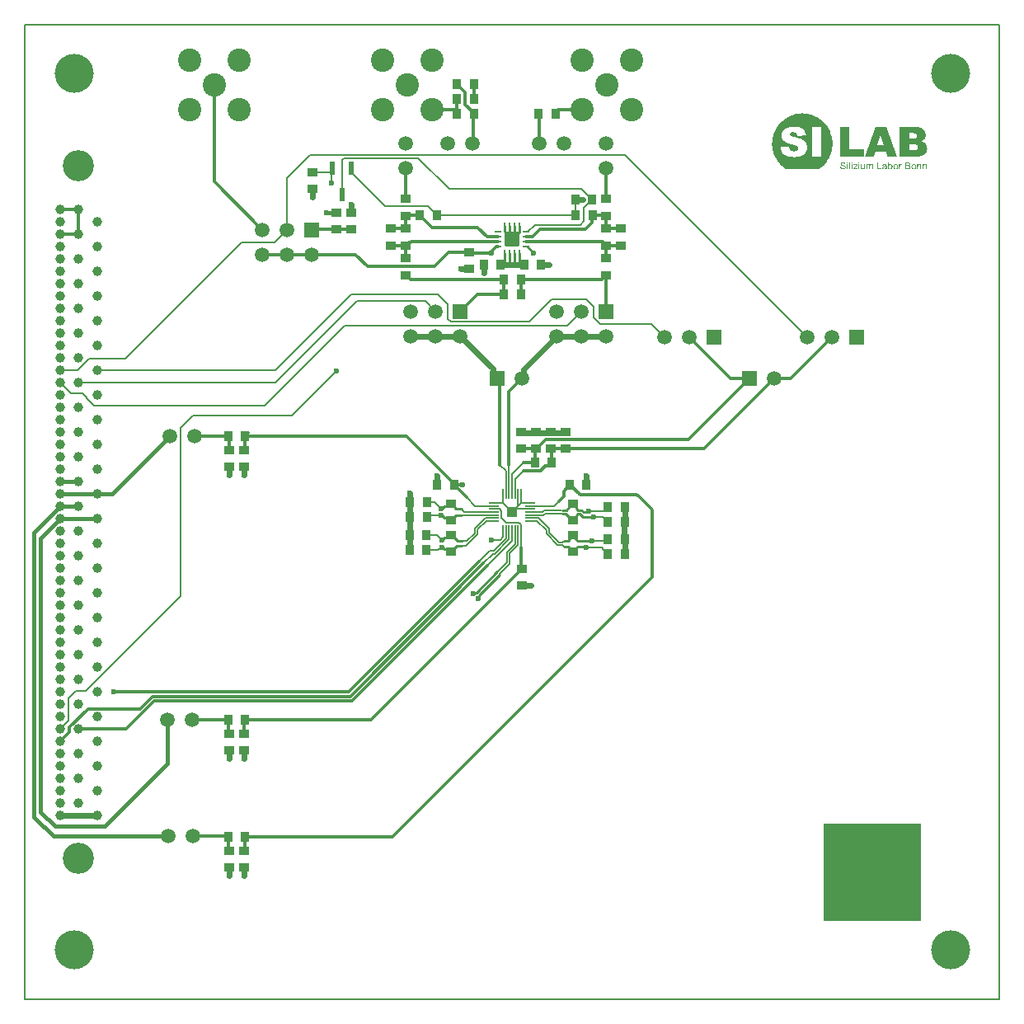
<source format=gtl>
G04*
G04 #@! TF.GenerationSoftware,Altium Limited,Altium Designer,21.7.2 (23)*
G04*
G04 Layer_Physical_Order=1*
G04 Layer_Color=1930808*
%FSLAX44Y44*%
%MOMM*%
G71*
G04*
G04 #@! TF.SameCoordinates,11932732-5254-49CD-BAFF-0E93D504D006*
G04*
G04*
G04 #@! TF.FilePolarity,Positive*
G04*
G01*
G75*
%ADD10C,0.2000*%
%ADD12C,0.2500*%
%ADD14C,0.1500*%
%ADD32C,0.3000*%
%ADD33R,0.9000X1.0000*%
%ADD34R,1.0000X0.9000*%
%ADD35R,1.1000X1.1000*%
%ADD36R,0.1500X1.0000*%
%ADD37R,1.0000X0.1500*%
%ADD38R,0.5500X1.4500*%
G04:AMPARAMS|DCode=39|XSize=0.24mm|YSize=0.6mm|CornerRadius=0.0504mm|HoleSize=0mm|Usage=FLASHONLY|Rotation=90.000|XOffset=0mm|YOffset=0mm|HoleType=Round|Shape=RoundedRectangle|*
%AMROUNDEDRECTD39*
21,1,0.2400,0.4992,0,0,90.0*
21,1,0.1392,0.6000,0,0,90.0*
1,1,0.1008,0.2496,0.0696*
1,1,0.1008,0.2496,-0.0696*
1,1,0.1008,-0.2496,-0.0696*
1,1,0.1008,-0.2496,0.0696*
%
%ADD39ROUNDEDRECTD39*%
G04:AMPARAMS|DCode=40|XSize=0.24mm|YSize=0.6mm|CornerRadius=0.0504mm|HoleSize=0mm|Usage=FLASHONLY|Rotation=0.000|XOffset=0mm|YOffset=0mm|HoleType=Round|Shape=RoundedRectangle|*
%AMROUNDEDRECTD40*
21,1,0.2400,0.4992,0,0,0.0*
21,1,0.1392,0.6000,0,0,0.0*
1,1,0.1008,0.0696,-0.2496*
1,1,0.1008,-0.0696,-0.2496*
1,1,0.1008,-0.0696,0.2496*
1,1,0.1008,0.0696,0.2496*
%
%ADD40ROUNDEDRECTD40*%
G04:AMPARAMS|DCode=41|XSize=1.45mm|YSize=1.45mm|CornerRadius=0.0508mm|HoleSize=0mm|Usage=FLASHONLY|Rotation=0.000|XOffset=0mm|YOffset=0mm|HoleType=Round|Shape=RoundedRectangle|*
%AMROUNDEDRECTD41*
21,1,1.4500,1.3485,0,0,0.0*
21,1,1.3485,1.4500,0,0,0.0*
1,1,0.1015,0.6743,-0.6743*
1,1,0.1015,-0.6743,-0.6743*
1,1,0.1015,-0.6743,0.6743*
1,1,0.1015,0.6743,0.6743*
%
%ADD41ROUNDEDRECTD41*%
%ADD42C,0.2400*%
%ADD43C,0.6000*%
%ADD44C,0.4000*%
%ADD45R,10.0000X10.0000*%
%ADD46C,2.4000*%
%ADD47C,1.5000*%
%ADD48R,1.5000X1.5000*%
%ADD49C,3.2000*%
%ADD50C,1.0000*%
%ADD51C,4.0000*%
%ADD52C,0.6000*%
%ADD53C,0.5000*%
G36*
X917356Y895096D02*
X918328Y894957D01*
X919370Y894679D01*
X920481Y894332D01*
X921523Y893776D01*
X922495Y893012D01*
X922564Y892943D01*
X922842Y892596D01*
X923259Y892179D01*
X923675Y891554D01*
X924092Y890790D01*
X924509Y889818D01*
X924786Y888846D01*
X924856Y887665D01*
Y887526D01*
Y887248D01*
X924786Y886693D01*
X924648Y886068D01*
X924439Y885374D01*
X924161Y884610D01*
X923814Y883846D01*
X923259Y883082D01*
X923189Y883012D01*
X922981Y882874D01*
X922703Y882596D01*
X922356Y882318D01*
X921870Y881971D01*
X921314Y881624D01*
X920689Y881346D01*
X919995Y881068D01*
X920134D01*
X920481Y880929D01*
X921037Y880721D01*
X921731Y880443D01*
X922495Y880096D01*
X923328Y879610D01*
X924092Y879054D01*
X924786Y878360D01*
X924856Y878290D01*
X924995Y878012D01*
X925273Y877526D01*
X925550Y876971D01*
X925828Y876276D01*
X926106Y875443D01*
X926245Y874540D01*
X926314Y873568D01*
Y873499D01*
Y873151D01*
X926245Y872735D01*
X926175Y872179D01*
X926036Y871485D01*
X925828Y870790D01*
X925550Y870026D01*
X925203Y869332D01*
X925134Y869262D01*
X924995Y869054D01*
X924786Y868707D01*
X924439Y868290D01*
X924023Y867804D01*
X923467Y867318D01*
X922911Y866763D01*
X922217Y866276D01*
X922148D01*
X922009Y866207D01*
X921662Y866068D01*
X921314Y865929D01*
X920759Y865790D01*
X920203Y865582D01*
X919439Y865443D01*
X918675Y865304D01*
X918537D01*
X918259Y865235D01*
X917773Y865165D01*
X917148D01*
X916453Y865096D01*
X915759Y865026D01*
X915064Y864957D01*
X898328D01*
Y895235D01*
X916523D01*
X917356Y895096D01*
D02*
G37*
G36*
X895273Y864957D02*
X885551D01*
X884023Y869887D01*
X873398D01*
X871940Y864957D01*
X862357D01*
X873676Y895235D01*
X883954D01*
X895273Y864957D01*
D02*
G37*
G36*
X846524Y872318D02*
X861107D01*
Y864957D01*
X837218Y864957D01*
Y895234D01*
X846524Y895235D01*
Y872318D01*
D02*
G37*
G36*
X856801Y858221D02*
X855829D01*
Y859193D01*
X856801D01*
Y858221D01*
D02*
G37*
G36*
X849440D02*
X848537D01*
Y859193D01*
X849440D01*
Y858221D01*
D02*
G37*
G36*
X844926D02*
X844024D01*
Y859193D01*
X844926D01*
Y858221D01*
D02*
G37*
G36*
X840829Y859263D02*
X841315Y859124D01*
X841385Y859054D01*
X841662Y858915D01*
X841940Y858638D01*
X842218Y858290D01*
X842287Y858221D01*
X842426Y858013D01*
X842496Y857665D01*
X842565Y857179D01*
X841732Y857110D01*
Y857179D01*
X841662Y857249D01*
X841593Y857527D01*
X841385Y857874D01*
X841107Y858152D01*
X841037Y858221D01*
X840829Y858360D01*
X840482Y858499D01*
X839926Y858568D01*
X839787D01*
X839440Y858499D01*
X839024Y858429D01*
X838607Y858221D01*
X838538Y858151D01*
X838468Y857943D01*
X838329Y857735D01*
X838260Y857457D01*
Y857388D01*
X838329Y857179D01*
X838399Y856971D01*
X838538Y856763D01*
X838607D01*
X838815Y856624D01*
X838954Y856554D01*
X839232Y856485D01*
X839510Y856346D01*
X839926Y856277D01*
X840135D01*
X840551Y856138D01*
X841107Y855999D01*
X841593Y855790D01*
X841662D01*
X841732Y855721D01*
X842010Y855443D01*
X842357Y855235D01*
X842426Y855165D01*
X842496Y855096D01*
X842565Y855027D01*
X842704Y854818D01*
X842774Y854471D01*
X842843Y854054D01*
Y853985D01*
X842774Y853777D01*
X842704Y853429D01*
X842496Y852943D01*
X842426Y852874D01*
X842218Y852665D01*
X841940Y852388D01*
X841524Y852179D01*
X841454Y852110D01*
X841107Y852040D01*
X840690Y851971D01*
X840065Y851902D01*
X839926D01*
X839510Y851971D01*
X838954Y852040D01*
X838468Y852179D01*
X838329Y852249D01*
X838051Y852388D01*
X837704Y852596D01*
X837426Y853013D01*
X837357Y853152D01*
X837218Y853429D01*
X837079Y853846D01*
X837010Y854402D01*
X837913D01*
Y854263D01*
X837982Y854054D01*
X838121Y853707D01*
X838260Y853499D01*
X838329Y853429D01*
X838468Y853290D01*
X838676Y853082D01*
X838954Y852943D01*
X839093D01*
X839301Y852874D01*
X839718Y852804D01*
X840065Y852735D01*
X840343D01*
X840621Y852804D01*
X841037Y852943D01*
X841107D01*
X841246Y853013D01*
X841454Y853152D01*
X841732Y853290D01*
X841801Y853360D01*
X841871Y853499D01*
X841940Y853707D01*
Y853985D01*
Y854054D01*
Y854193D01*
X841871Y854332D01*
X841732Y854540D01*
X841662Y854610D01*
X841524Y854679D01*
X841037Y855027D01*
X840899Y855096D01*
X840760D01*
X840482Y855165D01*
X840204Y855235D01*
X839787Y855304D01*
X839718D01*
X839649Y855374D01*
X839301Y855443D01*
X838815Y855582D01*
X838329Y855790D01*
X838260Y855860D01*
X838051Y855929D01*
X837774Y856207D01*
X837565Y856485D01*
Y856554D01*
X837496Y856693D01*
X837426Y856902D01*
X837357Y857318D01*
Y857457D01*
X837426Y857665D01*
X837496Y858082D01*
X837704Y858429D01*
X837774Y858499D01*
X837843Y858638D01*
X838121Y858846D01*
X838538Y859124D01*
X838607Y859193D01*
X838885Y859263D01*
X839301Y859332D01*
X840343Y859332D01*
X840829Y859263D01*
D02*
G37*
G36*
X924856Y857249D02*
X925064Y857179D01*
X925134D01*
X925273Y857040D01*
X925481Y856902D01*
X925759Y856693D01*
Y856624D01*
X925828Y856554D01*
X925967Y856138D01*
Y855999D01*
Y855721D01*
Y855582D01*
Y855235D01*
Y851971D01*
X925064D01*
Y855165D01*
Y855235D01*
Y855513D01*
Y855790D01*
X924995Y855999D01*
Y856068D01*
X924925Y856138D01*
X924717Y856485D01*
X924648D01*
X924439Y856554D01*
X924231Y856624D01*
X923953D01*
X923675Y856554D01*
X923398Y856485D01*
X923050Y856207D01*
X922981Y856138D01*
X922911Y855929D01*
X922773Y855513D01*
X922703Y855165D01*
Y854818D01*
Y851971D01*
X921800D01*
Y857249D01*
X922495D01*
Y856554D01*
X922564Y856624D01*
X922911Y856902D01*
X923467Y857179D01*
X923814Y857318D01*
X924578D01*
X924856Y857249D01*
D02*
G37*
G36*
X919231D02*
X919439Y857179D01*
X919509D01*
X919648Y857040D01*
X919856Y856902D01*
X919995Y856693D01*
X920064Y856624D01*
X920134Y856554D01*
X920342Y856138D01*
Y855999D01*
Y855721D01*
Y855582D01*
Y855235D01*
Y851971D01*
X919439D01*
Y855165D01*
Y855235D01*
Y855513D01*
Y855790D01*
X919370Y855999D01*
Y856068D01*
X919300Y856138D01*
X919023Y856485D01*
X918953D01*
X918745Y856554D01*
X918537Y856624D01*
X918328D01*
X918050Y856554D01*
X917773Y856485D01*
X917425Y856207D01*
X917356Y856138D01*
X917217Y855860D01*
X917009Y855443D01*
X916939Y854818D01*
Y851971D01*
X916037D01*
Y857249D01*
X916870D01*
Y856554D01*
X916939Y856624D01*
X917287Y856902D01*
X917773Y857179D01*
X918120Y857318D01*
X918884D01*
X919231Y857249D01*
D02*
G37*
G36*
X899995D02*
X900342Y857110D01*
X900064Y856207D01*
X899995Y856277D01*
X899856Y856346D01*
X899648Y856415D01*
X899370Y856485D01*
X899231D01*
X899023Y856415D01*
X898884Y856277D01*
X898814Y856207D01*
X898745Y856138D01*
X898676Y855929D01*
X898606Y855790D01*
X898537Y855721D01*
X898467Y855513D01*
X898398Y855165D01*
X898328Y854749D01*
Y851971D01*
X897426D01*
Y857249D01*
X898328D01*
Y856485D01*
X898398Y856554D01*
X898537Y856763D01*
X898676Y857040D01*
X898884Y857179D01*
X898953D01*
X899023Y857249D01*
X899439Y857318D01*
X899717D01*
X899995Y857249D01*
D02*
G37*
G36*
X869648D02*
X870065Y857179D01*
X870481Y856971D01*
X870551Y856902D01*
X870690Y856624D01*
X870829Y856138D01*
X870898Y855582D01*
Y851971D01*
X869926D01*
Y855304D01*
Y855374D01*
Y855652D01*
X869856Y855860D01*
X869787Y856068D01*
Y856138D01*
Y856207D01*
X869648Y856346D01*
X869509Y856485D01*
X869370Y856554D01*
X869231Y856624D01*
X868954D01*
X868676Y856554D01*
X868398Y856485D01*
X868051Y856207D01*
X867982Y856138D01*
X867912Y855929D01*
X867773Y855582D01*
X867704Y855027D01*
Y851971D01*
X866870D01*
Y855443D01*
Y855513D01*
Y855790D01*
X866732Y856068D01*
X866593Y856277D01*
Y856346D01*
X866454Y856485D01*
X866245Y856554D01*
X865898Y856624D01*
X865690D01*
X865412Y856554D01*
X865204Y856415D01*
X865134Y856346D01*
X864995Y856277D01*
X864857Y856068D01*
X864718Y855790D01*
Y855721D01*
X864648Y855443D01*
X864579Y855096D01*
Y854679D01*
Y851971D01*
X863676D01*
Y857249D01*
X864509D01*
Y856485D01*
X864579Y856554D01*
X864648Y856763D01*
X864857Y856971D01*
X865134Y857110D01*
X865204Y857179D01*
X865412Y857249D01*
X865759Y857318D01*
X866384D01*
X866732Y857249D01*
X867079Y857110D01*
X867148Y857040D01*
X867287Y856902D01*
X867426Y856763D01*
X867565Y856485D01*
Y856554D01*
X867634Y856624D01*
X867982Y856902D01*
X868468Y857179D01*
X868815Y857318D01*
X869370D01*
X869648Y857249D01*
D02*
G37*
G36*
X862357Y851971D02*
X861523D01*
Y852735D01*
X861384Y852596D01*
X861107Y852318D01*
X860551Y852040D01*
X860204Y851971D01*
X859857Y851902D01*
X859648D01*
X859370Y851971D01*
X858954Y852040D01*
X858884D01*
X858815Y852179D01*
X858607Y852318D01*
X858398Y852527D01*
X858329Y852596D01*
X858259Y852804D01*
X858190Y853013D01*
X858121Y853152D01*
Y853221D01*
Y853290D01*
X858051Y853568D01*
Y853985D01*
Y857249D01*
X858954D01*
Y854402D01*
Y854263D01*
Y853985D01*
Y853638D01*
X859023Y853429D01*
Y853360D01*
X859093Y853221D01*
X859162Y853082D01*
X859370Y852804D01*
X859440D01*
X859579Y852735D01*
X859995Y852665D01*
X860204D01*
X860482Y852735D01*
X860829Y852804D01*
X860898Y852874D01*
X860968Y853013D01*
X861245Y853429D01*
X861315Y853499D01*
X861384Y853777D01*
X861454Y854054D01*
Y854471D01*
Y857249D01*
X862357D01*
Y851971D01*
D02*
G37*
G36*
X799371Y909332D02*
X800274Y909262D01*
X801385Y909123D01*
X802705Y908915D01*
X804163Y908637D01*
X805691Y908290D01*
X807427Y907804D01*
X809163Y907179D01*
X810968Y906415D01*
X812843Y905512D01*
X814718Y904470D01*
X816593Y903290D01*
X818399Y901832D01*
X820135Y900234D01*
X820274Y900165D01*
X820552Y899818D01*
X820968Y899332D01*
X821593Y898637D01*
X822288Y897734D01*
X823052Y896693D01*
X823885Y895443D01*
X824718Y894054D01*
X825552Y892526D01*
X826385Y890860D01*
X827149Y889054D01*
X827843Y887110D01*
X828468Y885096D01*
X828885Y882943D01*
X829232Y880651D01*
X829302Y878290D01*
Y878221D01*
Y878082D01*
Y877874D01*
Y877526D01*
X829232Y877110D01*
Y876624D01*
X829163Y876068D01*
X829093Y875512D01*
X828885Y874054D01*
X828538Y872387D01*
X828121Y870582D01*
X827496Y868637D01*
X826732Y866554D01*
X825760Y864401D01*
X824579Y862179D01*
X823190Y860026D01*
X821524Y857874D01*
X820621Y856832D01*
X819649Y855790D01*
X818538Y854818D01*
X817427Y853846D01*
X816177Y852943D01*
X814857Y852040D01*
X781385D01*
X781316Y852179D01*
X781108Y852249D01*
X780830Y852457D01*
X780135Y853013D01*
X779233Y853777D01*
X778121Y854679D01*
X776871Y855860D01*
X775552Y857179D01*
X774233Y858776D01*
X772913Y860513D01*
X771594Y862457D01*
X770344Y864610D01*
X769302Y866971D01*
X768330Y869540D01*
X767635Y872249D01*
X767358Y873707D01*
X767149Y875165D01*
X767080Y876693D01*
X767011Y878290D01*
Y878360D01*
Y878429D01*
Y878846D01*
X767080Y879540D01*
X767149Y880443D01*
X767288Y881554D01*
X767497Y882804D01*
X767774Y884262D01*
X768122Y885860D01*
X768608Y887526D01*
X769233Y889262D01*
X769997Y891137D01*
X770830Y892943D01*
X771872Y894818D01*
X773122Y896693D01*
X774510Y898498D01*
X776108Y900234D01*
X776247Y900373D01*
X776524Y900651D01*
X777010Y901068D01*
X777705Y901693D01*
X778608Y902387D01*
X779649Y903151D01*
X780899Y903984D01*
X782288Y904818D01*
X783816Y905651D01*
X785483Y906484D01*
X787288Y907248D01*
X789232Y907943D01*
X791316Y908568D01*
X793469Y908984D01*
X795760Y909332D01*
X798121Y909401D01*
X798677D01*
X799371Y909332D01*
D02*
G37*
G36*
X907426Y859124D02*
X907842Y859054D01*
X907912Y858985D01*
X908120Y858846D01*
X908398Y858638D01*
X908676Y858290D01*
X908745Y858221D01*
X908814Y858013D01*
X908884Y857735D01*
Y857318D01*
Y857249D01*
Y857110D01*
X908814Y856832D01*
X908676Y856485D01*
X908606Y856415D01*
X908467Y856277D01*
X908189Y856068D01*
X907842Y855790D01*
X907981D01*
X908189Y855652D01*
X908537Y855443D01*
X908884Y855165D01*
X908953Y855096D01*
X909092Y854888D01*
X909231Y854540D01*
X909301Y854124D01*
Y854054D01*
Y853777D01*
X909162Y853429D01*
X909023Y853152D01*
X908953Y853082D01*
X908884Y852874D01*
X908676Y852665D01*
X908467Y852527D01*
X908398Y852457D01*
X908328Y852388D01*
X908120Y852249D01*
X907773Y852110D01*
X907703D01*
X907426Y852040D01*
X907009Y851971D01*
X903814D01*
Y859193D01*
X907009D01*
X907426Y859124D01*
D02*
G37*
G36*
X883606Y857249D02*
X883954Y857179D01*
X884023D01*
X884162Y857110D01*
X884579Y856763D01*
Y856693D01*
X884648Y856624D01*
X884787Y856207D01*
Y856138D01*
Y855860D01*
X884856Y855721D01*
Y855443D01*
Y854193D01*
Y854124D01*
Y853985D01*
Y853777D01*
Y853499D01*
X884926Y852943D01*
Y852735D01*
X884995Y852596D01*
Y852457D01*
X885065Y852249D01*
X885134Y851971D01*
X884231D01*
Y852040D01*
X884162Y852110D01*
X884092Y852388D01*
Y852665D01*
X883954Y852596D01*
X883676Y852388D01*
X883467Y852249D01*
X883120Y852040D01*
X883051D01*
X882773Y851971D01*
X882426Y851902D01*
X881940D01*
X881592Y851971D01*
X881176Y852040D01*
X880759Y852249D01*
X880690Y852318D01*
X880551Y852596D01*
X880342Y852943D01*
X880273Y853429D01*
Y853499D01*
Y853638D01*
X880342Y853846D01*
X880481Y854054D01*
Y854124D01*
X880620Y854193D01*
X880759Y854402D01*
X880967Y854610D01*
X881037Y854679D01*
X881315Y854818D01*
X881523Y854888D01*
X881592Y854957D01*
X881940D01*
X882009Y855027D01*
X882426D01*
X882565Y855096D01*
X882773D01*
X883051Y855165D01*
X883467Y855235D01*
X884023Y855304D01*
Y855374D01*
Y855443D01*
Y855513D01*
Y855582D01*
Y855652D01*
Y855721D01*
X883884Y855999D01*
X883745Y856277D01*
X883676Y856346D01*
X883467Y856485D01*
X883120Y856554D01*
X882704Y856624D01*
X882426D01*
X882079Y856554D01*
X881731Y856485D01*
X881662Y856415D01*
X881592Y856207D01*
X881315Y855652D01*
X880481Y855721D01*
Y855790D01*
X880551Y856068D01*
X880690Y856346D01*
X880829Y856624D01*
X880898Y856693D01*
X881037Y856832D01*
X881315Y857040D01*
X881662Y857179D01*
X881731D01*
X881940Y857249D01*
X882287Y857318D01*
X883259D01*
X883606Y857249D01*
D02*
G37*
G36*
X876037Y852804D02*
X879579D01*
Y851971D01*
X875065D01*
Y859193D01*
X876037D01*
Y852804D01*
D02*
G37*
G36*
X856801Y851971D02*
X855829D01*
Y857249D01*
X856801D01*
Y851971D01*
D02*
G37*
G36*
X854787Y856693D02*
X851940Y853290D01*
X851385Y852735D01*
X854926D01*
Y851971D01*
X850343D01*
Y852735D01*
X853607Y856554D01*
X850482D01*
Y857249D01*
X854787D01*
Y856693D01*
D02*
G37*
G36*
X849440Y851971D02*
X848537D01*
Y857249D01*
X849440D01*
Y851971D01*
D02*
G37*
G36*
X847079D02*
X846246D01*
Y859193D01*
X847079D01*
Y851971D01*
D02*
G37*
G36*
X844926D02*
X844024D01*
Y857249D01*
X844926D01*
Y851971D01*
D02*
G37*
G36*
X913259Y857249D02*
X913814Y857040D01*
X914370Y856624D01*
X914439Y856485D01*
X914717Y856138D01*
X914925Y855513D01*
X914995Y854679D01*
Y854610D01*
Y854540D01*
Y854124D01*
X914925Y853568D01*
X914787Y853082D01*
X914717Y853013D01*
X914509Y852735D01*
X914231Y852457D01*
X913884Y852179D01*
X913814Y852110D01*
X913537Y852040D01*
X913120Y851971D01*
X912634Y851902D01*
X912426D01*
X912217Y851971D01*
X911939D01*
X911314Y852179D01*
X910828Y852596D01*
X910689Y852735D01*
X910481Y853082D01*
X910273Y853707D01*
X910134Y854610D01*
Y854679D01*
Y854818D01*
X910203Y855096D01*
Y855374D01*
X910481Y856138D01*
X910620Y856485D01*
X910898Y856763D01*
X911037Y856832D01*
X911384Y857040D01*
X911870Y857249D01*
X912634Y857318D01*
X912842D01*
X913259Y857249D01*
D02*
G37*
G36*
X894648D02*
X895203Y857040D01*
X895759Y856624D01*
X895898Y856485D01*
X896106Y856138D01*
X896314Y855513D01*
X896453Y854679D01*
Y854540D01*
Y854193D01*
X896314Y853707D01*
X896176Y853082D01*
X896106Y853013D01*
X895967Y852735D01*
X895620Y852457D01*
X895273Y852179D01*
X895203Y852110D01*
X894926Y852040D01*
X894509Y851971D01*
X894023Y851902D01*
X893815D01*
X893398Y851971D01*
X892773Y852179D01*
X892217Y852596D01*
X892148Y852735D01*
X891940Y853082D01*
X891662Y853707D01*
X891592Y854124D01*
Y854610D01*
Y854679D01*
Y854818D01*
X891662Y855096D01*
Y855443D01*
X891940Y856138D01*
X892078Y856485D01*
X892356Y856763D01*
X892495Y856832D01*
X892773Y857040D01*
X893328Y857249D01*
X894023Y857318D01*
X894231D01*
X894648Y857249D01*
D02*
G37*
G36*
X887148Y856693D02*
X887217Y856763D01*
X887495Y857040D01*
X887981Y857249D01*
X888606Y857318D01*
X888953D01*
X889231Y857249D01*
X889509Y857179D01*
X889578Y857110D01*
X889787Y856971D01*
X889995Y856832D01*
X890203Y856624D01*
X890273Y856554D01*
X890412Y856346D01*
X890551Y856068D01*
X890620Y855790D01*
Y855721D01*
X890690Y855513D01*
X890759Y855165D01*
Y854679D01*
Y854610D01*
Y854471D01*
Y854193D01*
X890690Y853915D01*
X890481Y853221D01*
X890134Y852596D01*
X889995Y852457D01*
X889648Y852249D01*
X889162Y852040D01*
X888537Y851902D01*
X888398D01*
X887981Y851971D01*
X887495Y852249D01*
X887287Y852388D01*
X887078Y852665D01*
Y851971D01*
X886245D01*
Y859193D01*
X887148D01*
Y856693D01*
D02*
G37*
%LPC*%
G36*
X912634Y889123D02*
X907773D01*
Y883290D01*
X912148D01*
X912564Y883360D01*
X913050Y883429D01*
X914023Y883637D01*
X914509Y883846D01*
X914856Y884124D01*
X914925D01*
X914995Y884262D01*
X915273Y884610D01*
X915412Y884887D01*
X915550Y885235D01*
X915689Y885721D01*
Y886207D01*
Y886276D01*
Y886415D01*
X915620Y886693D01*
Y886971D01*
X915342Y887665D01*
X915134Y888012D01*
X914856Y888290D01*
X914787Y888360D01*
X914717Y888429D01*
X914509Y888568D01*
X914162Y888707D01*
X913745Y888846D01*
X913259Y888985D01*
X912634Y889123D01*
D02*
G37*
G36*
X913259Y877596D02*
X907773D01*
Y871415D01*
X912912D01*
X913328Y871485D01*
X913814Y871554D01*
X914925Y871762D01*
X915481Y871971D01*
X915898Y872249D01*
X915967Y872318D01*
X916037Y872387D01*
X916175Y872596D01*
X916384Y872874D01*
X916592Y873221D01*
X916731Y873568D01*
X916800Y874054D01*
X916870Y874610D01*
Y874679D01*
Y874818D01*
X916800Y875096D01*
X916731Y875374D01*
X916523Y876068D01*
X916245Y876415D01*
X915967Y876762D01*
X915898Y876832D01*
X915759Y876901D01*
X915481Y877040D01*
X915064Y877179D01*
X914578Y877318D01*
X913953Y877457D01*
X913259Y877596D01*
D02*
G37*
G36*
X878676Y887318D02*
X875412Y876415D01*
X882079D01*
X878676Y887318D01*
D02*
G37*
G36*
X789580Y895721D02*
X788816D01*
X788399Y895651D01*
X787913D01*
X786871Y895582D01*
X785691Y895443D01*
X784441Y895165D01*
X783260Y894887D01*
X782149Y894471D01*
X782010Y894401D01*
X781733Y894262D01*
X781246Y893984D01*
X780621Y893637D01*
X779996Y893221D01*
X779302Y892665D01*
X778677Y892040D01*
X778121Y891276D01*
X778052Y891207D01*
X777913Y890929D01*
X777705Y890512D01*
X777427Y889957D01*
X777149Y889332D01*
X776941Y888568D01*
X776802Y887735D01*
X776733Y886832D01*
Y886762D01*
Y886693D01*
Y886485D01*
X776802Y886207D01*
X776871Y885582D01*
X777080Y884748D01*
X777358Y883846D01*
X777844Y882874D01*
X778469Y881901D01*
X779371Y881068D01*
X779510Y880999D01*
X779858Y880651D01*
X780205Y880512D01*
X780552Y880235D01*
X780969Y880026D01*
X781455Y879749D01*
X782010Y879401D01*
X782705Y879124D01*
X783399Y878846D01*
X784233Y878499D01*
X785066Y878221D01*
X786038Y877943D01*
X787080Y877665D01*
X788191Y877387D01*
X788260D01*
X788330Y877318D01*
X788538Y877249D01*
X788816Y877179D01*
X789441Y876971D01*
X790274Y876762D01*
X791038Y876485D01*
X791871Y876207D01*
X792496Y875929D01*
X792774Y875790D01*
X792982Y875651D01*
X793052Y875582D01*
X793121Y875512D01*
X793260Y875304D01*
X793469Y875026D01*
X793816Y874332D01*
X793885Y873915D01*
X793955Y873429D01*
Y873360D01*
Y873221D01*
X793885Y873012D01*
X793816Y872665D01*
X793677Y872387D01*
X793538Y871971D01*
X793260Y871624D01*
X792913Y871276D01*
X792844Y871207D01*
X792705Y871137D01*
X792427Y870999D01*
X792080Y870860D01*
X791594Y870651D01*
X791038Y870512D01*
X790482Y870443D01*
X789788Y870374D01*
X789371D01*
X788885Y870443D01*
X788260Y870582D01*
X787566Y870860D01*
X786941Y871137D01*
X786246Y871624D01*
X785691Y872249D01*
X785621Y872318D01*
X785552Y872457D01*
X785344Y872665D01*
X785205Y873012D01*
X784927Y873429D01*
X784788Y873985D01*
X784580Y874679D01*
X784441Y875443D01*
X775622Y875026D01*
Y874957D01*
Y874818D01*
X775691Y874540D01*
Y874262D01*
X775830Y873846D01*
X775899Y873360D01*
X776177Y872318D01*
X776594Y871068D01*
X777149Y869818D01*
X777983Y868568D01*
X778955Y867387D01*
X779024D01*
X779094Y867249D01*
X779233Y867110D01*
X779510Y866901D01*
X779858Y866693D01*
X780274Y866485D01*
X780760Y866207D01*
X781316Y865929D01*
X782010Y865651D01*
X782774Y865374D01*
X783677Y865165D01*
X784649Y864957D01*
X785691Y864749D01*
X786941Y864610D01*
X788260Y864540D01*
X789649Y864471D01*
X790413D01*
X791177Y864540D01*
X792219Y864610D01*
X793399Y864749D01*
X794580Y865026D01*
X795830Y865304D01*
X797010Y865721D01*
X797149Y865790D01*
X797496Y865929D01*
X797982Y866276D01*
X798607Y866624D01*
X799371Y867179D01*
X800066Y867804D01*
X800830Y868568D01*
X801455Y869401D01*
X801524Y869540D01*
X801732Y869818D01*
X801941Y870304D01*
X802288Y870999D01*
X802566Y871762D01*
X802774Y872665D01*
X802982Y873707D01*
X803052Y874749D01*
Y874887D01*
Y875165D01*
X802982Y875582D01*
X802913Y876207D01*
X802774Y876901D01*
X802566Y877665D01*
X802288Y878429D01*
X801871Y879262D01*
X801802Y879332D01*
X801593Y879610D01*
X801316Y879957D01*
X800899Y880443D01*
X800343Y880999D01*
X799649Y881554D01*
X798885Y882110D01*
X797982Y882665D01*
X797843Y882735D01*
X797427Y882874D01*
X796802Y883151D01*
X796316Y883290D01*
X795830Y883499D01*
X795274Y883637D01*
X794580Y883846D01*
X793885Y884054D01*
X793121Y884332D01*
X792219Y884540D01*
X791246Y884818D01*
X790274Y885026D01*
X789163Y885304D01*
X789024D01*
X788746Y885373D01*
X788330Y885512D01*
X787844Y885651D01*
X787288Y885790D01*
X786732Y885998D01*
X786316Y886207D01*
X786038Y886415D01*
X785969Y886554D01*
X785760Y886832D01*
X785483Y887248D01*
X785413Y887735D01*
Y887804D01*
Y887873D01*
X785483Y888290D01*
X785760Y888776D01*
X785899Y889054D01*
X786177Y889332D01*
X786246Y889401D01*
X786316Y889471D01*
X786524Y889610D01*
X786802Y889748D01*
X787219Y889887D01*
X787635Y890026D01*
X788121Y890165D01*
X788955D01*
X789302Y890096D01*
X789719Y890026D01*
X790760Y889748D01*
X791246Y889540D01*
X791732Y889193D01*
X791802Y889123D01*
X791941Y888985D01*
X792149Y888707D01*
X792357Y888360D01*
X792635Y887943D01*
X792844Y887457D01*
X793052Y886832D01*
X793191Y886207D01*
X802080Y886693D01*
Y886762D01*
Y886901D01*
X802010Y887179D01*
X801941Y887457D01*
X801732Y888290D01*
X801385Y889332D01*
X800899Y890443D01*
X800274Y891623D01*
X799510Y892735D01*
X798468Y893637D01*
X798399D01*
X798330Y893707D01*
X798121Y893846D01*
X797913Y893984D01*
X797566Y894123D01*
X797149Y894332D01*
X796177Y894679D01*
X794927Y895096D01*
X793399Y895373D01*
X791594Y895651D01*
X789580Y895721D01*
D02*
G37*
G36*
X817566Y895234D02*
X808121D01*
Y864957D01*
X817566D01*
Y895234D01*
D02*
G37*
G36*
X906731Y858429D02*
X904717D01*
Y856207D01*
X907009D01*
X907217Y856277D01*
X907287Y856346D01*
X907495Y856415D01*
X907634Y856485D01*
X907773Y856624D01*
X907842Y856763D01*
X907912Y856971D01*
Y857249D01*
Y857318D01*
Y857527D01*
Y857735D01*
X907842Y857943D01*
X907773Y858013D01*
X907634Y858082D01*
X907495Y858152D01*
X907287Y858221D01*
X907217Y858290D01*
X907009Y858360D01*
X906731Y858429D01*
D02*
G37*
G36*
X907217Y855304D02*
X904717D01*
Y852804D01*
X907287D01*
X907356Y852874D01*
X907773Y853082D01*
X907842Y853152D01*
X907981Y853290D01*
X908120Y853499D01*
X908189Y853638D01*
X908259Y853846D01*
Y854124D01*
Y854193D01*
Y854332D01*
X908120Y854749D01*
X908051Y854818D01*
X907912Y854957D01*
X907703Y855096D01*
X907426Y855235D01*
X907356D01*
X907217Y855304D01*
D02*
G37*
G36*
X884023Y854610D02*
X883954D01*
X883745Y854540D01*
X883467Y854471D01*
X883120Y854402D01*
X882842Y854332D01*
X882565Y854263D01*
X882287D01*
X881731Y854124D01*
X881662D01*
X881592Y854054D01*
X881315Y853777D01*
Y853707D01*
X881245Y853568D01*
Y853499D01*
Y853429D01*
Y853360D01*
X881315Y853221D01*
X881384Y853013D01*
X881523Y852804D01*
X881592D01*
X881731Y852735D01*
X881940Y852665D01*
X882287Y852596D01*
X882565D01*
X882842Y852665D01*
X883190Y852804D01*
X883259D01*
X883398Y852943D01*
X883606Y853152D01*
X883815Y853429D01*
X883884Y853499D01*
X883954Y853707D01*
X884023Y853985D01*
Y854263D01*
Y854610D01*
D02*
G37*
G36*
X912634Y856624D02*
X912495D01*
X912217Y856554D01*
X911870Y856415D01*
X911453Y856138D01*
X911384Y856068D01*
X911245Y855790D01*
X911106Y855304D01*
X911037Y854610D01*
Y854540D01*
Y854402D01*
X911106Y853985D01*
X911245Y853499D01*
X911453Y853082D01*
X911523Y853013D01*
X911801Y852874D01*
X912148Y852665D01*
X912634Y852596D01*
X912773D01*
X912981Y852665D01*
X913398Y852804D01*
X913745Y853082D01*
X913814Y853152D01*
X913953Y853429D01*
X914092Y853915D01*
X914162Y854610D01*
Y854679D01*
Y854749D01*
X914092Y855165D01*
X914023Y855652D01*
X913745Y856138D01*
X913675Y856207D01*
X913398Y856415D01*
X913050Y856554D01*
X912634Y856624D01*
D02*
G37*
G36*
X894023D02*
X893884D01*
X893606Y856554D01*
X893259Y856415D01*
X892842Y856138D01*
X892773Y856068D01*
X892634Y855721D01*
X892495Y855235D01*
X892426Y854610D01*
Y854540D01*
Y854471D01*
X892495Y854054D01*
X892634Y853499D01*
X892842Y853082D01*
X892912Y853013D01*
X893190Y852874D01*
X893537Y852665D01*
X894023Y852596D01*
X894162D01*
X894370Y852665D01*
X894787Y852804D01*
X895134Y853082D01*
X895203Y853221D01*
X895412Y853499D01*
X895551Y853985D01*
X895620Y854610D01*
Y854679D01*
Y854749D01*
X895551Y855165D01*
X895412Y855652D01*
X895134Y856138D01*
X895065Y856207D01*
X894787Y856415D01*
X894440Y856554D01*
X894023Y856624D01*
D02*
G37*
G36*
X888537D02*
X888467D01*
X888190Y856554D01*
X887842Y856415D01*
X887495Y856138D01*
X887426Y856068D01*
X887287Y855721D01*
X887148Y855235D01*
X887078Y854610D01*
Y854540D01*
Y854471D01*
Y854054D01*
X887148Y853638D01*
X887287Y853290D01*
X887356Y853152D01*
X887634Y852943D01*
X887981Y852735D01*
X888398Y852596D01*
X888537D01*
X888745Y852665D01*
X889162Y852804D01*
X889509Y853082D01*
X889578Y853152D01*
X889717Y853429D01*
X889787Y853915D01*
X889856Y854610D01*
Y854679D01*
Y854749D01*
X889787Y855165D01*
X889717Y855652D01*
X889509Y856138D01*
X889440Y856207D01*
X889231Y856415D01*
X888953Y856554D01*
X888537Y856624D01*
D02*
G37*
%LPD*%
D10*
X565500Y821000D02*
X565540Y820960D01*
X369280Y814000D02*
X413700D01*
X334680Y848600D02*
X369280Y814000D01*
X334680Y848600D02*
Y853100D01*
X419020Y809180D02*
X422520Y805680D01*
X418520Y809180D02*
X419020D01*
X413700Y814000D02*
X418520Y809180D01*
X422520Y805180D02*
Y805680D01*
X292810Y866850D02*
X615770D01*
X565540Y805180D02*
Y820960D01*
X422520Y805180D02*
X565540D01*
X71120Y609600D02*
X246380D01*
X328000Y691220D01*
X63500Y617220D02*
X71120Y609600D01*
X58694Y622300D02*
X63500Y617494D01*
Y617220D02*
Y617494D01*
X35950Y632950D02*
X46600Y622300D01*
X55000Y632950D02*
X257030D01*
X340700Y716620D01*
X269240Y789940D02*
Y843280D01*
X292810Y866850D01*
X256540Y777240D02*
X269240Y789940D01*
X615770Y866850D02*
X802740Y679880D01*
X74224Y645650D02*
X257030D01*
X335280Y723900D01*
X517920Y695720D02*
X541020Y718820D01*
X487152Y695720D02*
X517920D01*
X541020Y718820D02*
X576580D01*
X584200Y699577D02*
Y711200D01*
X576580Y718820D02*
X584200Y711200D01*
X434340Y698500D02*
Y713740D01*
X335280Y723900D02*
X424180D01*
X434340Y713740D01*
Y698500D02*
X437220Y695620D01*
X487052D01*
X584200Y699577D02*
X590357Y693420D01*
X328000Y691220D02*
X451389D01*
X451489Y691120D01*
X503995D01*
X487052Y695620D02*
X487152Y695720D01*
X556600Y691220D02*
X571500Y706120D01*
X503995Y691120D02*
X504095Y691220D01*
X556600D01*
X590357Y693420D02*
X642720D01*
X656300Y679840D01*
X222250Y777240D02*
X256540D01*
X102870Y657860D02*
X222250Y777240D01*
X66040Y657860D02*
X102870D01*
X53830Y645650D02*
X66040Y657860D01*
X35950Y645650D02*
X53830D01*
X46600Y622300D02*
X58694D01*
X340700Y716620D02*
X411140D01*
X421640Y706120D01*
D12*
X294640Y789940D02*
X295200Y790500D01*
X515750Y772250D02*
Y772450D01*
Y772250D02*
X522000Y766000D01*
X497500Y782500D02*
Y794000D01*
X495250Y784750D02*
Y784750D01*
X492500Y787500D02*
Y794000D01*
Y787500D02*
X494000Y786000D01*
X494000D01*
X495250Y784750D01*
X497500Y782500D02*
X500000Y780000D01*
X503750Y784750D02*
X504750D01*
X502500Y786000D02*
Y794000D01*
Y786000D02*
X503750Y784750D01*
X504750D02*
X507500Y787500D01*
Y794000D01*
X504750Y784750D02*
X504750D01*
X492500Y754750D02*
Y766000D01*
Y754750D02*
X493250Y754000D01*
X497500Y754500D02*
Y766000D01*
Y754500D02*
X498000Y754000D01*
X502500Y754500D02*
Y766000D01*
X502000Y754000D02*
X502500Y754500D01*
X507500Y754500D02*
Y766000D01*
Y754500D02*
X508000Y754000D01*
D14*
X494750Y448129D02*
Y458750D01*
X487478Y436615D02*
X497750Y446886D01*
Y457507D01*
X494750Y458750D02*
X503000Y467000D01*
X485668Y439047D02*
X494750Y448129D01*
X497750Y457507D02*
X506000Y465757D01*
X487478Y435978D02*
Y436615D01*
X485032Y439047D02*
X485668D01*
X503000Y467000D02*
Y481000D01*
X506000Y465757D02*
Y481000D01*
X44750Y308910D02*
X52090Y316250D01*
X35950Y277350D02*
X44750Y286150D01*
Y308910D01*
X62250Y316250D02*
X160020Y414020D01*
X52090Y316250D02*
X62250D01*
X519000Y500000D02*
X531257D01*
X523250Y497000D02*
X532500D01*
X534050Y498550D01*
X551050D01*
X532807Y501550D02*
X550800D01*
X531257Y500000D02*
X532807Y501550D01*
X551050Y498550D02*
X551500Y498100D01*
X550800Y501550D02*
X551000Y501750D01*
X598560Y504960D02*
Y505460D01*
X594810Y501210D02*
X598560Y504960D01*
X594310Y501210D02*
X594810D01*
X578500Y500500D02*
X593600D01*
X594310Y501210D01*
X583803Y495197D02*
X593583D01*
X594310Y494470D02*
X594810D01*
X593583Y495197D02*
X594310Y494470D01*
X598560Y490220D02*
Y490720D01*
X594810Y494470D02*
X598560Y490720D01*
X523250Y497000D02*
X523250Y497000D01*
X519000Y497000D02*
X523250D01*
X596120Y470000D02*
X598560Y472440D01*
X582500Y470000D02*
X596120D01*
X594310Y461450D02*
X594810D01*
X598560Y457200D02*
Y457700D01*
X594810Y461450D02*
X598560Y457700D01*
X592478Y463283D02*
X594310Y461450D01*
X575783Y463283D02*
X592478D01*
X325180Y861180D02*
X327600Y863600D01*
X325180Y826100D02*
Y861180D01*
X435460Y832000D02*
X571500D01*
X403860Y863600D02*
X435460Y832000D01*
X578250Y825250D02*
X578750D01*
X582500Y821000D02*
Y821500D01*
X578750Y825250D02*
X582500Y821500D01*
X571500Y832000D02*
X578250Y825250D01*
X574000Y812500D02*
X582500Y821000D01*
X574000Y799000D02*
Y812500D01*
X570000Y795000D02*
X574000Y799000D01*
X523300Y795000D02*
X570000D01*
X515800Y787500D02*
X523300Y795000D01*
X412360Y510540D02*
X420710D01*
X427500Y503750D01*
X413310Y496250D02*
X427500D01*
X412360Y495300D02*
X413310Y496250D01*
X412000Y476000D02*
X423250D01*
X428000Y471250D01*
X424032Y461000D02*
X426782Y463750D01*
X428000D01*
X412000Y461000D02*
X424032D01*
X172720Y599440D02*
X274320D01*
X320040Y645160D01*
X160020Y586740D02*
X172720Y599440D01*
X314960Y850380D02*
X315680Y851100D01*
X313680Y849100D02*
X314960Y850380D01*
Y852380D01*
Y838200D02*
Y850380D01*
Y852380D02*
X315680Y853100D01*
X327600Y863600D02*
X403860D01*
X514000Y787500D02*
X515800D01*
X494000Y519000D02*
Y542320D01*
X487680Y548640D02*
X494000Y542320D01*
X295180Y849100D02*
X313680D01*
X160020Y414020D02*
Y586740D01*
X494000Y473000D02*
Y481000D01*
X477000Y460000D02*
X481000D01*
X483485Y454000D02*
X483485D01*
X497000Y471757D02*
Y481000D01*
X479000Y471000D02*
X487757D01*
X482243Y457000D02*
X497000Y471757D01*
X491000Y474243D02*
Y481000D01*
X500000Y470515D02*
Y481000D01*
X483485Y454000D02*
X500000Y470515D01*
X480364Y457000D02*
X482243D01*
X481000Y460000D02*
X494000Y473000D01*
X487757Y471000D02*
X491000Y474243D01*
X474485Y445000D02*
X483485Y454000D01*
X448000Y502908D02*
X450908Y500000D01*
X481000D01*
X448000Y502908D02*
Y503175D01*
X449371Y497000D02*
X475068D01*
X475068Y497000D02*
X481000D01*
X475068Y497000D02*
X475068Y497000D01*
X448783Y496412D02*
X449371Y497000D01*
X448000Y496825D02*
X448413Y496412D01*
X448783D01*
X449000Y470250D02*
X453750D01*
X461807Y478307D01*
X448750Y464914D02*
X448865Y465029D01*
X452772D02*
X464807Y477064D01*
X448865Y465029D02*
X452772D01*
X464807Y477064D02*
Y482057D01*
X491000Y509000D02*
X491000Y509000D01*
X481000Y509000D02*
X491000D01*
X491000Y509000D02*
X500000Y500000D01*
X491000Y509000D02*
Y519000D01*
X506000Y506000D02*
X509000Y509000D01*
X503000Y503000D02*
X506000Y506000D01*
Y519000D01*
X509000Y509000D02*
Y519000D01*
X500000Y500000D02*
X503000Y503000D01*
X509000Y509000D02*
X519000D01*
X503000Y503000D02*
X519000D01*
Y506000D02*
X543000D01*
X548000Y511000D01*
X509000Y464000D02*
X509273Y463727D01*
X509000Y481000D02*
Y487000D01*
Y464000D02*
Y481000D01*
X466000Y449000D02*
X477000Y460000D01*
X470500Y447136D02*
X480364Y457000D01*
X462120Y506000D02*
X481000D01*
X453120Y515000D02*
X462120Y506000D01*
X461807Y478307D02*
Y483300D01*
X472507Y494000D02*
X475068D01*
X475068Y494000D02*
X481000D01*
X464807Y482057D02*
X473750Y491000D01*
X481000Y494000D02*
Y494000D01*
X475068Y494000D02*
X475068Y494000D01*
X461807Y483300D02*
X472507Y494000D01*
X473750Y491000D02*
X481000D01*
X535158Y477599D02*
X546680Y466078D01*
X538158Y478842D02*
Y482842D01*
X525757Y491000D02*
X535158Y481599D01*
X524932Y494000D02*
X527000D01*
X519000D02*
Y494000D01*
X527000Y494000D02*
X538158Y482842D01*
X519000Y494000D02*
X524932D01*
X535158Y477599D02*
Y481599D01*
X524932Y494000D02*
X524932Y494000D01*
X519000Y491000D02*
X525757D01*
X546680Y466078D02*
X551767D01*
X538158Y478842D02*
X547922Y469078D01*
X551767Y466078D02*
X553000Y464845D01*
X547922Y469078D02*
X551923D01*
X553000Y470155D01*
X507000Y489000D02*
X509000Y487000D01*
X494000Y489000D02*
X507000D01*
X489000Y494000D02*
X494000Y489000D01*
X489000Y494000D02*
Y501000D01*
X487000Y503000D02*
X489000Y501000D01*
X481000Y503000D02*
X487000D01*
X503000Y533734D02*
X511906Y542640D01*
X503000Y519000D02*
Y533734D01*
X500000Y519000D02*
Y538862D01*
X511778Y550640D01*
X497000Y519000D02*
Y548640D01*
X0Y1000000D02*
X1000000D01*
Y0D02*
Y1000000D01*
X0Y0D02*
X1000000D01*
X0D02*
Y1000000D01*
Y0D02*
Y1000000D01*
D32*
X629868Y516632D02*
G03*
X627757Y517500I-2111J-2132D01*
G01*
X644000Y501257D02*
G03*
X643128Y503372I-3000J0D01*
G01*
X569028Y518372D02*
G03*
X571143Y517500I2115J2128D01*
G01*
X553000Y516000D02*
Y521240D01*
X548000Y511000D02*
X553000Y516000D01*
X644000Y433000D02*
Y501257D01*
X571143Y517500D02*
X627757D01*
X629868Y516632D02*
X643128Y503372D01*
X569021Y518379D02*
X569028Y518372D01*
X559580Y527820D02*
X569021Y518379D01*
X559580Y527820D02*
Y528320D01*
X582437Y797437D02*
Y805077D01*
X582540Y805180D01*
X575000Y790000D02*
X582437Y797437D01*
X528380Y790000D02*
X575000D01*
X520880Y782500D02*
X528380Y790000D01*
X514000Y782500D02*
X520880D01*
X514000Y777500D02*
X592720D01*
X596400Y773820D02*
X596900D01*
X592720Y777500D02*
X596400Y773820D01*
X440300Y528320D02*
X449580D01*
X487680Y548640D02*
Y635000D01*
X485140Y637540D02*
X487680Y635000D01*
X447040Y706120D02*
X464820Y723900D01*
X769620Y637540D02*
X785880D01*
X828180Y679840D01*
X724000Y637540D02*
X744220D01*
X681700Y679840D02*
X724000Y637540D01*
X524588Y564388D02*
X534700Y574500D01*
X524002Y547878D02*
Y564302D01*
X697080Y565000D02*
X769620Y637540D01*
X555180Y565000D02*
X697080D01*
X540820Y550640D02*
Y564120D01*
Y550140D02*
Y550640D01*
X534700Y574500D02*
X681180D01*
X524002Y564388D02*
X524088D01*
X681180Y574500D02*
X738632Y631952D01*
X497000Y624000D02*
X510540Y637540D01*
X497000Y548640D02*
Y624000D01*
X64386Y298050D02*
X118050D01*
X44961Y278625D02*
X64386Y298050D01*
X35950Y264650D02*
X44961Y273661D01*
Y278625D01*
X355438Y286438D02*
X507040Y438040D01*
X509273Y443273D02*
Y463727D01*
X507040Y438040D02*
Y441040D01*
X509273Y443273D01*
X226030Y286438D02*
X355438D01*
X377460Y166460D02*
X644000Y433000D01*
X391230Y577890D02*
X440300Y528820D01*
X225730Y577890D02*
X391230D01*
X553000Y521240D02*
X559580Y527820D01*
X227020Y166460D02*
X377460D01*
X132364Y306000D02*
X335728D01*
X130500Y310500D02*
X333864D01*
X335728Y306000D02*
X474485Y444757D01*
Y445000D01*
X91000Y315000D02*
X332000D01*
X466000Y449000D01*
X333864Y310500D02*
X470500Y447136D01*
X118050Y298050D02*
X130500Y310500D01*
X103714Y277350D02*
X132364Y306000D01*
X55000Y277350D02*
X103714D01*
X194600Y839180D02*
Y938580D01*
Y839180D02*
X243840Y789940D01*
X295200Y790500D02*
X335000D01*
X294640Y764540D02*
X339460D01*
X269240D02*
X294640D01*
X243840D02*
X269240D01*
X339460D02*
X352000Y752000D01*
X420000D01*
X434500Y766500D01*
X456000D01*
X456500Y766000D01*
X479000D01*
X478300Y766500D02*
X484300Y772500D01*
X396100Y738900D02*
X491880D01*
X391660Y743340D02*
X396100Y738900D01*
X484300Y772500D02*
X486000D01*
X225140Y152100D02*
X226020Y152980D01*
Y166460D01*
X225730Y564410D02*
Y577890D01*
X224850Y563530D02*
X225730Y564410D01*
X440300Y527820D02*
X453120Y515000D01*
X440300Y527820D02*
Y528320D01*
Y528820D01*
X225730Y577890D02*
Y578390D01*
X228730Y581390D01*
X229230D01*
X225150Y272078D02*
Y285558D01*
X226030Y286438D01*
X209030Y272958D02*
X209910Y272078D01*
X209030Y272958D02*
Y286438D01*
X208950Y286358D02*
X209030Y286438D01*
X171730Y286358D02*
X208950D01*
X209020Y152980D02*
Y166460D01*
Y152980D02*
X209900Y152100D01*
X208640Y166840D02*
X209020Y166460D01*
X172720Y166840D02*
X209640D01*
X208730Y577890D02*
X209610Y577010D01*
Y563530D02*
Y577010D01*
X208350Y578270D02*
X208730Y577890D01*
X173970Y578270D02*
X208350D01*
X509674Y565000D02*
X524700D01*
X524002Y564302D02*
X524088Y564388D01*
X511906Y542640D02*
X529563D01*
X511778Y550640D02*
X523820D01*
X529563Y542640D02*
X534063Y547140D01*
X537820D01*
X540820Y550140D01*
X539940Y565000D02*
X540820Y564120D01*
X539940Y565000D02*
X555180D01*
X596400Y743340D02*
X596900D01*
X508880Y738900D02*
X591960D01*
X596400Y743340D01*
X391160D02*
X391660D01*
X491880Y723900D02*
Y738900D01*
X464820Y723900D02*
X491880D01*
X491880Y723900D02*
X491880Y723900D01*
X508880Y738900D02*
X508880Y738900D01*
Y723900D02*
Y738900D01*
X395738Y776820D02*
X396417Y777500D01*
X391160Y773820D02*
X394160Y776820D01*
X395738D01*
X396417Y777500D02*
X486000D01*
X596900Y760340D02*
Y773820D01*
X391160Y760340D02*
Y773820D01*
X417720Y792480D02*
X464820D01*
X405520Y804680D02*
Y805180D01*
Y804680D02*
X417720Y792480D01*
X464820D02*
X474800Y782500D01*
X486000D01*
X443620Y939300D02*
X452120Y930800D01*
Y918320D02*
X460620Y909820D01*
X443620Y939300D02*
Y939800D01*
X452120Y918320D02*
Y930800D01*
X460620Y909320D02*
Y909820D01*
Y924560D02*
Y939800D01*
X443620Y909820D02*
Y924560D01*
X440620Y912820D02*
X443620Y909820D01*
X417860Y912820D02*
X440620D01*
X443620Y909320D02*
Y909820D01*
X417500Y913180D02*
X417860Y912820D01*
X460180Y879280D02*
Y908880D01*
X460620Y909320D01*
X459740Y878840D02*
X460180Y879280D01*
X544440Y909820D02*
X547440Y912820D01*
X571740D02*
X572100Y913180D01*
X544440Y909320D02*
Y909820D01*
X547440Y912820D02*
X571740D01*
X527880Y879280D02*
Y908880D01*
Y879280D02*
X528320Y878840D01*
X527440Y909320D02*
X527880Y908880D01*
X596900Y706120D02*
Y743340D01*
X375920Y773820D02*
X391160D01*
X596900D02*
X612140D01*
X582980Y804740D02*
X596460D01*
X582540Y805180D02*
X582980Y804740D01*
X596460D02*
X596900Y804300D01*
Y790820D02*
X612140D01*
X596900D02*
Y804300D01*
X391600Y804740D02*
X405080D01*
X405520Y805180D01*
X391160Y804300D02*
X391600Y804740D01*
X375920Y790820D02*
X391160D01*
Y804300D01*
Y821300D02*
Y853440D01*
X596900Y821300D02*
Y853440D01*
X35950Y785350D02*
X55000D01*
Y810750D01*
X35950D02*
X55000D01*
D33*
X395360Y510540D02*
D03*
X412360D02*
D03*
X395360Y495300D02*
D03*
X412360D02*
D03*
X529500Y754000D02*
D03*
X512500D02*
D03*
X471500D02*
D03*
X488500D02*
D03*
X565500Y821000D02*
D03*
X582500D02*
D03*
X422520Y805180D02*
D03*
X405520D02*
D03*
X443620Y939800D02*
D03*
X460620D02*
D03*
Y909320D02*
D03*
X443620D02*
D03*
X460620Y924560D02*
D03*
X443620D02*
D03*
X508880Y738900D02*
D03*
X491880D02*
D03*
X508880Y723900D02*
D03*
X491880D02*
D03*
X565540Y805180D02*
D03*
X582540D02*
D03*
X527440Y909320D02*
D03*
X544440D02*
D03*
X540820Y550640D02*
D03*
X523820D02*
D03*
X209030Y286438D02*
D03*
X226030D02*
D03*
X209020Y166460D02*
D03*
X226020D02*
D03*
X576580Y528320D02*
D03*
X559580D02*
D03*
X598560Y505460D02*
D03*
X615560D02*
D03*
X598560Y490220D02*
D03*
X615560D02*
D03*
X412000Y476000D02*
D03*
X395000D02*
D03*
X412000Y461000D02*
D03*
X395000D02*
D03*
X598560Y472440D02*
D03*
X615560D02*
D03*
X598560Y457200D02*
D03*
X615560D02*
D03*
X208730Y577890D02*
D03*
X225730D02*
D03*
X423300Y528320D02*
D03*
X440300D02*
D03*
D34*
X596900Y804300D02*
D03*
Y821300D02*
D03*
X375920Y773820D02*
D03*
Y790820D02*
D03*
X295180Y849100D02*
D03*
Y832100D02*
D03*
X391160Y743340D02*
D03*
Y760340D02*
D03*
Y790820D02*
D03*
Y773820D02*
D03*
Y821300D02*
D03*
Y804300D02*
D03*
X596900Y743340D02*
D03*
Y760340D02*
D03*
Y790820D02*
D03*
Y773820D02*
D03*
X612140D02*
D03*
Y790820D02*
D03*
X320000Y807500D02*
D03*
Y790500D02*
D03*
X335000Y790500D02*
D03*
Y807500D02*
D03*
X456000Y749500D02*
D03*
Y766500D02*
D03*
X555180Y582000D02*
D03*
Y565000D02*
D03*
X539940Y582000D02*
D03*
Y565000D02*
D03*
X524700Y582000D02*
D03*
Y565000D02*
D03*
X509460Y582000D02*
D03*
Y565000D02*
D03*
X225150Y255078D02*
D03*
Y272078D02*
D03*
X510540Y424460D02*
D03*
Y441460D02*
D03*
X209910Y255078D02*
D03*
Y272078D02*
D03*
X437500Y508500D02*
D03*
Y491500D02*
D03*
X562500Y508500D02*
D03*
Y491500D02*
D03*
X437500Y476000D02*
D03*
Y459000D02*
D03*
X562500Y476000D02*
D03*
Y459000D02*
D03*
X225140Y135100D02*
D03*
Y152100D02*
D03*
X209900Y135100D02*
D03*
Y152100D02*
D03*
X224850Y546530D02*
D03*
Y563530D02*
D03*
X209610Y546530D02*
D03*
Y563530D02*
D03*
D35*
X500000Y500000D02*
D03*
D36*
X491000Y481000D02*
D03*
X494000D02*
D03*
X497000D02*
D03*
X500000D02*
D03*
X503000D02*
D03*
X506000D02*
D03*
X509000D02*
D03*
Y519000D02*
D03*
X506000D02*
D03*
X503000D02*
D03*
X500000D02*
D03*
X497000D02*
D03*
X494000D02*
D03*
X491000D02*
D03*
D37*
X519000Y491000D02*
D03*
Y494000D02*
D03*
Y497000D02*
D03*
Y500000D02*
D03*
Y503000D02*
D03*
Y506000D02*
D03*
Y509000D02*
D03*
X481000D02*
D03*
Y506000D02*
D03*
Y503000D02*
D03*
Y500000D02*
D03*
Y497000D02*
D03*
Y494000D02*
D03*
Y491000D02*
D03*
D38*
X325180Y826100D02*
D03*
X315680Y853100D02*
D03*
X334680D02*
D03*
D39*
X486000Y787500D02*
D03*
Y782500D02*
D03*
Y777500D02*
D03*
Y772500D02*
D03*
X514000D02*
D03*
Y777500D02*
D03*
Y782500D02*
D03*
Y787500D02*
D03*
D40*
X492500Y766000D02*
D03*
X497500D02*
D03*
X502500D02*
D03*
X507500D02*
D03*
Y794000D02*
D03*
X502500D02*
D03*
X497500D02*
D03*
X492500D02*
D03*
D41*
X500000Y780000D02*
D03*
D42*
X463173Y417189D02*
X485032Y439047D01*
X460250Y416500D02*
X460939Y417189D01*
X463173D01*
X466242Y414742D02*
X487478Y435978D01*
X465553Y411197D02*
X466242Y411885D01*
Y414742D01*
X562000Y491500D02*
X562500D01*
Y508500D02*
X563000D01*
X562000D02*
X562500D01*
X551500Y502000D02*
X555500D01*
X562500Y491500D02*
X563000D01*
X555500Y502000D02*
X562000Y508500D01*
X567706Y501950D02*
X571310D01*
X563000Y508500D02*
X566300Y505200D01*
Y503356D02*
X567706Y501950D01*
X566300Y503356D02*
Y505200D01*
X577897Y499897D02*
X578500Y500500D01*
X571310Y501950D02*
X573363Y499897D01*
X577897D01*
X566300Y496644D02*
X567706Y498050D01*
X569694D02*
X572944Y494800D01*
X567706Y498050D02*
X569694D01*
X583407Y494800D02*
X583803Y495197D01*
X572944Y494800D02*
X583407D01*
X566300Y494800D02*
Y496644D01*
X563000Y491500D02*
X566300Y494800D01*
X551500Y498100D02*
X555400D01*
X562000Y491500D01*
Y459000D02*
X563000D01*
X582345Y470155D02*
X582500Y470000D01*
X563000Y476000D02*
X565595Y473405D01*
Y472387D02*
X567827Y470155D01*
X575190Y463283D02*
X575783D01*
X565595Y461595D02*
Y462613D01*
X562000Y476000D02*
X563000D01*
X565595Y472387D02*
Y473405D01*
X573627Y464845D02*
X575190Y463283D01*
X567827Y464845D02*
X573627D01*
X567827Y470155D02*
X582345D01*
X563000Y459000D02*
X565595Y461595D01*
Y462613D02*
X567827Y464845D01*
X437500Y508500D02*
X438000D01*
X440595Y505905D01*
Y505407D02*
Y505905D01*
X437000Y508500D02*
X437500D01*
X434405Y505905D02*
X437000Y508500D01*
X442827Y503175D02*
X448000D01*
X440595Y505407D02*
X442827Y503175D01*
X428093Y503750D02*
X430248Y505905D01*
X434405D01*
X427500Y503750D02*
X428093D01*
X442827Y496825D02*
X448000D01*
X440595Y494593D02*
X442827Y496825D01*
X438000Y491500D02*
X440595Y494095D01*
Y494593D01*
X433905Y494095D02*
X436500Y491500D01*
X437500D01*
X427500Y496250D02*
X428093D01*
X430248Y494095D01*
X433905D01*
X438000Y476000D02*
X443750Y470250D01*
X449000D01*
X442896Y464914D02*
X448750D01*
X440595Y462613D02*
X442896Y464914D01*
X440595Y461595D02*
Y462613D01*
X438000Y459000D02*
X440595Y461595D01*
X428000Y463750D02*
X428593D01*
X430748Y461595D02*
X434405D01*
X437000Y459000D01*
X428000Y471250D02*
X428593D01*
Y463750D02*
X430748Y461595D01*
X430748Y473405D02*
X434905D01*
X437000Y459000D02*
X438000D01*
X428593Y471250D02*
X430748Y473405D01*
X437500Y476000D02*
X438000D01*
X434905Y473405D02*
X437500Y476000D01*
X553000Y470155D02*
X557173D01*
X559405Y461595D02*
Y462613D01*
X553000Y464845D02*
X557173D01*
X559405Y462613D01*
Y461595D02*
X562000Y459000D01*
X559405Y473405D02*
X562000Y476000D01*
X557173Y470155D02*
X559405Y472387D01*
Y473405D01*
D43*
X615500Y481250D02*
X615560Y472440D01*
X615500Y481250D02*
X615560Y490220D01*
Y457200D02*
Y472440D01*
Y490220D02*
Y505460D01*
X35950Y188450D02*
X74050D01*
X565500Y821000D02*
X573000D01*
X505000Y754000D02*
X508000D01*
X502000D02*
X505000D01*
X495625D02*
X498000D01*
X493250D02*
X495625D01*
X395180Y461180D02*
Y510360D01*
X395360Y510540D01*
X395000Y461000D02*
X395180Y461180D01*
X395360Y510540D02*
Y519040D01*
X209900Y126600D02*
Y135100D01*
X225140Y126600D02*
Y135100D01*
X209910Y246578D02*
Y255078D01*
X225150Y246578D02*
Y255078D01*
X209610Y538030D02*
Y546530D01*
X224850Y538030D02*
Y546530D01*
X335000Y807500D02*
Y816000D01*
X295180Y823600D02*
Y832100D01*
X510540Y637540D02*
X512262Y639262D01*
Y646882D01*
X546100Y680720D01*
X480640Y642040D02*
Y647120D01*
X447040Y680720D02*
X480640Y647120D01*
Y642040D02*
X485140Y637540D01*
X421640Y680720D02*
X447040D01*
X539940Y582000D02*
X540280Y581660D01*
X525040D02*
X532130D01*
X539600D01*
X540280D02*
X554840D01*
X509800D02*
X516890D01*
X524360D01*
X524700Y582000D02*
X525040Y581660D01*
X539600D02*
X539940Y582000D01*
X509460D02*
X509800Y581660D01*
X524360D02*
X524700Y582000D01*
X554840Y581660D02*
X555180Y582000D01*
X396240Y680720D02*
X421640D01*
X571500D02*
X596900D01*
X546100D02*
X571500D01*
X423300Y528320D02*
Y536820D01*
X576580Y528320D02*
Y536820D01*
X510540Y424460D02*
X519040D01*
X447500Y749500D02*
X456000D01*
X471500Y745500D02*
Y754000D01*
X529500D02*
X538000D01*
X488500D02*
X493250D01*
X498000D02*
X502000D01*
X508000D02*
X512500D01*
D44*
X35950Y531350D02*
X55000D01*
X147650Y577350D02*
X149000Y576000D01*
X144625Y580374D02*
X147650Y577350D01*
X147650D02*
X148570Y578270D01*
X88950Y518650D02*
X147650Y577350D01*
X309880Y807720D02*
X310100Y807500D01*
X320000D01*
X29160Y166840D02*
X147320D01*
X9000Y187000D02*
X29160Y166840D01*
X9000Y187000D02*
Y479000D01*
X35950Y505950D01*
X147650Y577350D02*
X147650D01*
X74050Y518650D02*
X88950D01*
X16000Y192000D02*
X31000Y177000D01*
X82000D02*
X146330Y241330D01*
X31000Y177000D02*
X82000D01*
X146330Y241330D02*
Y286358D01*
X35950Y505950D02*
X55000D01*
X35950Y518650D02*
X74050D01*
X35950Y493250D02*
X74050D01*
X16000Y192000D02*
Y473300D01*
X35950Y493250D01*
D45*
X870000Y130000D02*
D03*
D46*
X572100Y963980D02*
D03*
X622900D02*
D03*
Y913180D02*
D03*
X572100D02*
D03*
X597500Y938580D02*
D03*
X194600D02*
D03*
X169200Y913180D02*
D03*
X220000D02*
D03*
Y963980D02*
D03*
X169200D02*
D03*
X392100Y938580D02*
D03*
X366700Y913180D02*
D03*
X417500D02*
D03*
Y963980D02*
D03*
X366700D02*
D03*
D47*
X391160Y878840D02*
D03*
Y853440D02*
D03*
X434340Y878840D02*
D03*
X459740D02*
D03*
X596900D02*
D03*
Y853440D02*
D03*
X553720Y878840D02*
D03*
X528320D02*
D03*
X294640Y764540D02*
D03*
X269240Y789940D02*
D03*
Y764540D02*
D03*
X243840Y789940D02*
D03*
Y764540D02*
D03*
X769620Y637540D02*
D03*
X510540D02*
D03*
X447040Y680720D02*
D03*
X421640Y706120D02*
D03*
Y680720D02*
D03*
X396240Y706120D02*
D03*
Y680720D02*
D03*
X596900D02*
D03*
X571500Y706120D02*
D03*
Y680720D02*
D03*
X546100Y706120D02*
D03*
Y680720D02*
D03*
X681700Y679840D02*
D03*
X656300D02*
D03*
X828180D02*
D03*
X802780D02*
D03*
X171730Y286358D02*
D03*
X146330D02*
D03*
X172720Y166840D02*
D03*
X147320D02*
D03*
X173970Y578270D02*
D03*
X148570D02*
D03*
D48*
X294640Y789940D02*
D03*
X744220Y637540D02*
D03*
X485140D02*
D03*
X447040Y706120D02*
D03*
X596900D02*
D03*
X707100Y679840D02*
D03*
X853580D02*
D03*
D49*
X55000Y855200D02*
D03*
Y144000D02*
D03*
D50*
X35950Y810750D02*
D03*
X55000D02*
D03*
X35950Y798050D02*
D03*
X74050D02*
D03*
X35950Y785350D02*
D03*
X55000D02*
D03*
X35950Y772650D02*
D03*
X74050D02*
D03*
X35950Y759950D02*
D03*
X55000D02*
D03*
X35950Y747250D02*
D03*
X74050D02*
D03*
X35950Y734550D02*
D03*
X55000D02*
D03*
X35950Y721850D02*
D03*
X74050D02*
D03*
X35950Y709150D02*
D03*
X55000D02*
D03*
X35950Y696450D02*
D03*
X74050D02*
D03*
X35950Y683750D02*
D03*
X55000D02*
D03*
X35950Y671050D02*
D03*
X74050D02*
D03*
X35950Y658350D02*
D03*
X55000D02*
D03*
X35950Y645650D02*
D03*
X74050D02*
D03*
X35950Y632950D02*
D03*
X55000D02*
D03*
X35950Y620250D02*
D03*
X74050D02*
D03*
X35950Y607550D02*
D03*
X55000D02*
D03*
X35950Y594850D02*
D03*
X74050D02*
D03*
X35950Y582150D02*
D03*
X55000D02*
D03*
X35950Y569450D02*
D03*
X74050D02*
D03*
X35950Y556750D02*
D03*
X55000D02*
D03*
X35950Y544050D02*
D03*
X74050D02*
D03*
X35950Y531350D02*
D03*
X55000D02*
D03*
X35950Y518650D02*
D03*
X74050D02*
D03*
X35950Y505950D02*
D03*
X55000D02*
D03*
X35950Y493250D02*
D03*
X74050D02*
D03*
X35950Y480550D02*
D03*
X55000D02*
D03*
X35950Y467850D02*
D03*
X74050D02*
D03*
X35950Y455150D02*
D03*
X55000D02*
D03*
X35950Y442450D02*
D03*
X74050D02*
D03*
X35950Y429750D02*
D03*
X55000D02*
D03*
X35950Y417050D02*
D03*
X74050D02*
D03*
X35950Y404350D02*
D03*
X55000D02*
D03*
X35950Y391650D02*
D03*
X74050D02*
D03*
X35950Y378950D02*
D03*
X55000D02*
D03*
X35950Y366250D02*
D03*
X74050D02*
D03*
X35950Y353550D02*
D03*
X55000D02*
D03*
X35950Y340850D02*
D03*
X74050D02*
D03*
X35950Y328150D02*
D03*
X55000D02*
D03*
X35950Y315450D02*
D03*
X74050D02*
D03*
X35950Y302750D02*
D03*
X55000D02*
D03*
X35950Y290050D02*
D03*
X74050D02*
D03*
X35950Y277350D02*
D03*
X55000D02*
D03*
X35950Y264650D02*
D03*
X74050D02*
D03*
X35950Y251950D02*
D03*
X55000D02*
D03*
X35950Y239250D02*
D03*
X74050D02*
D03*
X35950Y226550D02*
D03*
X55000D02*
D03*
X35950Y213850D02*
D03*
X74050D02*
D03*
X35950Y201150D02*
D03*
X55000D02*
D03*
X35950Y188450D02*
D03*
X74050D02*
D03*
D51*
X50000Y50000D02*
D03*
X950000D02*
D03*
Y950000D02*
D03*
X50000Y950000D02*
D03*
D52*
X460250Y416500D02*
D03*
X465553Y411197D02*
D03*
X578500Y500500D02*
D03*
X583803Y495197D02*
D03*
X615500Y481250D02*
D03*
X573000Y821000D02*
D03*
X449580Y528320D02*
D03*
X309880Y807720D02*
D03*
X314960Y838200D02*
D03*
X320040Y645160D02*
D03*
X395360Y519040D02*
D03*
X209900Y126600D02*
D03*
X225140D02*
D03*
X209910Y246578D02*
D03*
X225150D02*
D03*
X209610Y538030D02*
D03*
X224850D02*
D03*
X335000Y816000D02*
D03*
X295180Y823600D02*
D03*
X547370Y581660D02*
D03*
X532130D02*
D03*
X516890D02*
D03*
X575783Y463283D02*
D03*
X582500Y470000D02*
D03*
X427500Y503750D02*
D03*
Y496250D02*
D03*
X428000Y463750D02*
D03*
Y471250D02*
D03*
X479000Y471000D02*
D03*
X500000Y500000D02*
D03*
X91000Y315000D02*
D03*
X423300Y536820D02*
D03*
X576580D02*
D03*
X519040Y424460D02*
D03*
X447500Y749500D02*
D03*
X471500Y745500D02*
D03*
X538000Y754000D02*
D03*
X505000D02*
D03*
X495625D02*
D03*
X479000Y766000D02*
D03*
X522000D02*
D03*
D53*
X495250Y784750D02*
D03*
Y775250D02*
D03*
X504750D02*
D03*
Y784750D02*
D03*
M02*

</source>
